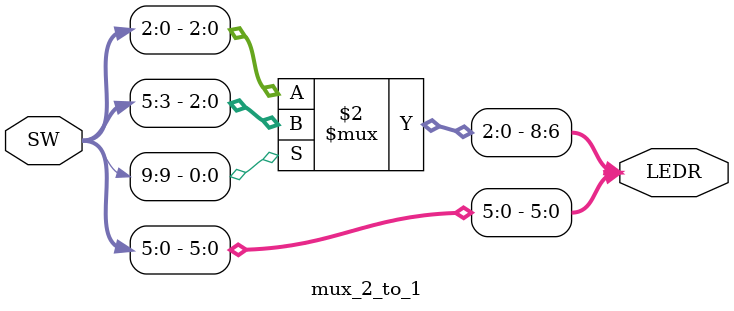
<source format=v>
module mux_2_to_1(SW, LEDR); // create module mux_2_to_1

input [9:0] SW; //input declarations: 10 switches
output [9:0] LEDR; //output declarations: 10 red leds

assign LEDR[8:6] = (SW[9]==0) ? SW[2:0] : SW[5:3]; // multiplex 3 pairs of inputs
assign LEDR[2:0] = SW[2:0]; 
assign LEDR[5:3] = SW[5:3];

endmodule
</source>
